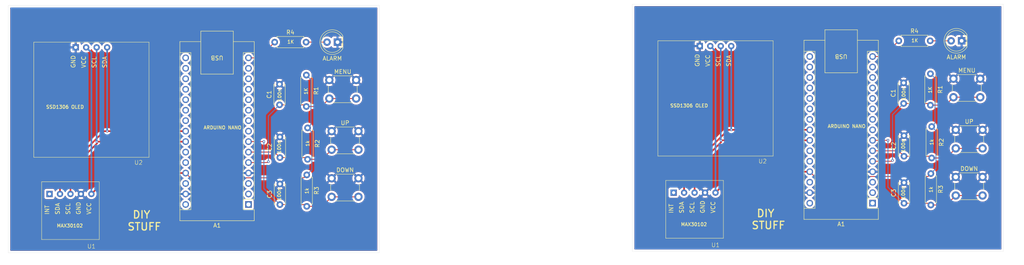
<source format=kicad_pcb>
(kicad_pcb (version 20240108) (generator "pcbnew") (generator_version "8.0")
  (layers (0 "F.Cu" signal "Front") (1 "In1.Cu" signal) (2 "In2.Cu" signal) (31 "B.Cu" signal "Back") (34 "B.Paste" user) (35 "F.Paste" user) (36 "B.SilkS" user "B.Silkscreen") (37 "F.SilkS" user "F.Silkscreen") (38 "B.Mask" user) (39 "F.Mask" user) (44 "Edge.Cuts" user))
  (net 0 "")
  (net 1 "Net-(A1-D4)")
  (net 2 "Net-(A1-D3)")
  (net 9 "Net-(A1-D12)")
  (net 13 "+5V")
  (net 15 "GND")
  (net 23 "Net-(A1-A4)")
  (net 24 "Net-(A1-D2)")
  (net 29 "Net-(A1-A5)")
  (net 30 "Net-(D1-A)")
  (footprint "Resistor_THT:R_Axial_DIN0207_L6.3mm_D2.5mm_P7.62mm_Horizontal" (layer "F.Cu") (at 243.3 34.48 -90)
    (property "Reference" "R1" (at 3.81 -2.37 90) (layer "F.SilkS"))
    (property "Value" "1K")
    (fp_line (start 0.54 1.37) (end 7.08 1.37) (stroke (width 0.12)) (layer "F.SilkS"))
    (fp_line (start 7.08 1.37) (end 7.08 1.04) (stroke (width 0.12)) (layer "F.SilkS"))
    (fp_line (start 0.54 1.04) (end 0.54 1.37) (stroke (width 0.12)) (layer "F.SilkS"))
    (fp_line (start 0.54 -1.04) (end 0.54 -1.37) (stroke (width 0.12)) (layer "F.SilkS"))
    (fp_line (start 0.54 -1.37) (end 7.08 -1.37) (stroke (width 0.12)) (layer "F.SilkS"))
    (fp_line (start 7.08 -1.37) (end 7.08 -1.04) (stroke (width 0.12)) (layer "F.SilkS"))
    (pad "1" thru_hole circle (at 0 0 270) (size 1.6 1.6) (drill 0.8) (layers "*.Cu" "*.Mask") (net 13 "+5V"))
    (pad "2" thru_hole oval (at 7.62 0 270) (size 1.6 1.6) (drill 0.8) (layers "*.Cu" "*.Mask") (net 24 "Net-(A1-D2)"))
  )
  (footprint "Capacitor_THT:C_Disc_D4.7mm_W2.5mm_P5.00mm" (layer "F.Cu") (at 236.89 65.89 90)
    (property "Reference" "C3" (at 2.5 -2.5 90) (layer "F.SilkS"))
    (property "Value" "100n")
    (fp_line (start 4.97 -1.37) (end 4.97 -1.055) (stroke (width 0.12)) (layer "F.SilkS"))
    (fp_line (start 0.03 -1.37) (end 4.97 -1.37) (stroke (width 0.12)) (layer "F.SilkS"))
    (fp_line (start 0.03 -1.37) (end 0.03 -1.055) (stroke (width 0.12)) (layer "F.SilkS"))
    (fp_line (start 4.97 1.055) (end 4.97 1.37) (stroke (width 0.12)) (layer "F.SilkS"))
    (fp_line (start 0.03 1.055) (end 0.03 1.37) (stroke (width 0.12)) (layer "F.SilkS"))
    (fp_line (start 0.03 1.37) (end 4.97 1.37) (stroke (width 0.12)) (layer "F.SilkS"))
    (pad "1" thru_hole circle (at 0 0 90) (size 1.6 1.6) (drill 0.8) (layers "*.Cu" "*.Mask") (net 1 "Net-(A1-D4)"))
    (pad "2" thru_hole circle (at 5 0 90) (size 1.6 1.6) (drill 0.8) (layers "*.Cu" "*.Mask") (net 15 "GND"))
  )
  (footprint "Button_Switch_THT:SW_PUSH_6mm" (layer "F.Cu") (at 98.07 48.4)
    (property "Reference" "UP" (at 3.25 -2 0) (layer "F.SilkS"))
    (property "Value" "SW_Push")
    (fp_line (start -0.25 1.5) (end -0.25 3) (stroke (width 0.12)) (layer "F.SilkS"))
    (fp_line (start 1 5.5) (end 5.5 5.5) (stroke (width 0.12)) (layer "F.SilkS"))
    (fp_line (start 5.5 -1) (end 1 -1) (stroke (width 0.12)) (layer "F.SilkS"))
    (fp_line (start 6.75 3) (end 6.75 1.5) (stroke (width 0.12)) (layer "F.SilkS"))
    (pad "1" thru_hole circle (at 0 0 90) (size 2 2) (drill 1.1) (layers "*.Cu" "*.Mask") (net 15 "GND"))
    (pad "1" thru_hole circle (at 6.5 0 90) (size 2 2) (drill 1.1) (layers "*.Cu" "*.Mask") (net 15 "GND"))
    (pad "2" thru_hole circle (at 0 4.5 90) (size 2 2) (drill 1.1) (layers "*.Cu" "*.Mask") (net 2 "Net-(A1-D3)"))
    (pad "2" thru_hole circle (at 6.5 4.5 90) (size 2 2) (drill 1.1) (layers "*.Cu" "*.Mask") (net 2 "Net-(A1-D3)"))
  )
  (footprint "Button_Switch_THT:SW_PUSH_6mm" (layer "F.Cu") (at 97.51 35.99)
    (property "Reference" "MENU" (at 3.25 -2 0) (layer "F.SilkS"))
    (property "Value" "SW_Push")
    (fp_line (start -0.25 1.5) (end -0.25 3) (stroke (width 0.12)) (layer "F.SilkS"))
    (fp_line (start 1 5.5) (end 5.5 5.5) (stroke (width 0.12)) (layer "F.SilkS"))
    (fp_line (start 5.5 -1) (end 1 -1) (stroke (width 0.12)) (layer "F.SilkS"))
    (fp_line (start 6.75 3) (end 6.75 1.5) (stroke (width 0.12)) (layer "F.SilkS"))
    (pad "1" thru_hole circle (at 0 0 90) (size 2 2) (drill 1.1) (layers "*.Cu" "*.Mask") (net 15 "GND"))
    (pad "1" thru_hole circle (at 6.5 0 90) (size 2 2) (drill 1.1) (layers "*.Cu" "*.Mask") (net 15 "GND"))
    (pad "2" thru_hole circle (at 0 4.5 90) (size 2 2) (drill 1.1) (layers "*.Cu" "*.Mask") (net 24 "Net-(A1-D2)"))
    (pad "2" thru_hole circle (at 6.5 4.5 90) (size 2 2) (drill 1.1) (layers "*.Cu" "*.Mask") (net 24 "Net-(A1-D2)"))
  )
  (footprint "Button_Switch_THT:SW_PUSH_6mm" (layer "F.Cu") (at 249.44 59.51)
    (property "Reference" "DOWN" (at 3.25 -2 0) (layer "F.SilkS"))
    (property "Value" "SW_Push")
    (fp_line (start -0.25 1.5) (end -0.25 3) (stroke (width 0.12)) (layer "F.SilkS"))
    (fp_line (start 1 5.5) (end 5.5 5.5) (stroke (width 0.12)) (layer "F.SilkS"))
    (fp_line (start 5.5 -1) (end 1 -1) (stroke (width 0.12)) (layer "F.SilkS"))
    (fp_line (start 6.75 3) (end 6.75 1.5) (stroke (width 0.12)) (layer "F.SilkS"))
    (pad "1" thru_hole circle (at 0 0 90) (size 2 2) (drill 1.1) (layers "*.Cu" "*.Mask") (net 15 "GND"))
    (pad "1" thru_hole circle (at 6.5 0 90) (size 2 2) (drill 1.1) (layers "*.Cu" "*.Mask") (net 15 "GND"))
    (pad "2" thru_hole circle (at 0 4.5 90) (size 2 2) (drill 1.1) (layers "*.Cu" "*.Mask") (net 1 "Net-(A1-D4)"))
    (pad "2" thru_hole circle (at 6.5 4.5 90) (size 2 2) (drill 1.1) (layers "*.Cu" "*.Mask") (net 1 "Net-(A1-D4)"))
  )
  (footprint "test_stuff:SSD_1306" (layer "F.Cu") (at 192.44 40.46)
    (property "Reference" "U2" (at 10.16 15.24 0) (layer "F.SilkS") (effects (font (thickness 0.1))))
    (property "Value" "SSD1306")
    (fp_line (start -15.24 -13.97) (end 12.7 -13.97) (stroke (width 0.1)) (layer "F.SilkS"))
    (fp_line (start -15.24 13.97) (end -15.24 -13.97) (stroke (width 0.1)) (layer "F.SilkS"))
    (fp_line (start 12.7 -13.97) (end 12.7 13.97) (stroke (width 0.1)) (layer "F.SilkS"))
    (fp_line (start 12.7 13.97) (end -15.24 13.97) (stroke (width 0.1)) (layer "F.SilkS"))
    (fp_text user "GND" (at -5.08 -7.62 90) (layer "F.SilkS") (effects (font (thickness 0.15) (bold yes)) (justify left bottom)))
    (fp_text user "SCL" (at 0 -7.62 90) (layer "F.SilkS") (effects (font (thickness 0.15) (bold yes)) (justify left bottom)))
    (fp_text user "SDA" (at 2.54 -7.62 90) (layer "F.SilkS") (effects (font (thickness 0.15) (bold yes)) (justify left bottom)))
    (fp_text user "VCC" (at -2.54 -7.62 90) (layer "F.SilkS") (effects (font (thickness 0.15) (bold yes)) (justify left bottom)))
    (pad "1" thru_hole rect (at -5.08 -12.7) (size 1.524 1.524) (drill 0.762) (layers "*.Cu" "*.Mask") (net 15 "GND"))
    (pad "2" thru_hole circle (at -2.54 -12.7) (size 1.524 1.524) (drill 0.762) (layers "*.Cu" "*.Mask") (net 13 "+5V"))
    (pad "3" thru_hole circle (at 0 -12.7) (size 1.524 1.524) (drill 0.762) (layers "*.Cu" "*.Mask") (net 29 "Net-(A1-A5)"))
    (pad "4" thru_hole circle (at 2.54 -12.7) (size 1.524 1.524) (drill 0.762) (layers "*.Cu" "*.Mask") (net 23 "Net-(A1-A4)"))
  )
  (footprint "LED_THT:LED_D5.0mm" (layer "F.Cu") (at 250.86 26.49 180)
    (property "Reference" "ALARM" (at 1.27 -3.96 0) (layer "F.SilkS"))
    (property "Value" "LED")
    (fp_line (start -1.29 -1.545) (end -1.29 1.545) (stroke (width 0.12)) (layer "F.SilkS"))
    (fp_arc (start 4.26 -0.000462) (mid 2.072002 2.880433) (end -1.29 1.54483) (stroke (width 0.12)) (layer "F.SilkS"))
    (fp_arc (start -1.29 -1.54483) (mid 2.072002 -2.880433) (end 4.26 0.000462) (stroke (width 0.12)) (layer "F.SilkS"))
    (fp_circle (center 1.27 0) (end 3.77 0) (stroke (width 0.12)) (fill none) (layer "F.SilkS"))
    (pad "1" thru_hole rect (at 0 0 180) (size 1.8 1.8) (drill 0.9) (layers "*.Cu" "*.Mask") (net 15 "GND"))
    (pad "2" thru_hole circle (at 2.54 0 180) (size 1.8 1.8) (drill 0.9) (layers "*.Cu" "*.Mask") (net 30 "Net-(D1-A)"))
  )
  (footprint "Resistor_THT:R_Axial_DIN0207_L6.3mm_D2.5mm_P7.62mm_Horizontal" (layer "F.Cu") (at 84.25 26.81)
    (property "Reference" "R4" (at 3.81 -2.37 0) (layer "F.SilkS"))
    (property "Value" "1K")
    (fp_line (start 0.54 -1.37) (end 7.08 -1.37) (stroke (width 0.12)) (layer "F.SilkS"))
    (fp_line (start 0.54 -1.04) (end 0.54 -1.37) (stroke (width 0.12)) (layer "F.SilkS"))
    (fp_line (start 0.54 1.04) (end 0.54 1.37) (stroke (width 0.12)) (layer "F.SilkS"))
    (fp_line (start 0.54 1.37) (end 7.08 1.37) (stroke (width 0.12)) (layer "F.SilkS"))
    (fp_line (start 7.08 -1.37) (end 7.08 -1.04) (stroke (width 0.12)) (layer "F.SilkS"))
    (fp_line (start 7.08 1.37) (end 7.08 1.04) (stroke (width 0.12)) (layer "F.SilkS"))
    (pad "1" thru_hole circle (at 0 0) (size 1.6 1.6) (drill 0.8) (layers "*.Cu" "*.Mask") (net 9 "Net-(A1-D12)"))
    (pad "2" thru_hole oval (at 7.62 0) (size 1.6 1.6) (drill 0.8) (layers "*.Cu" "*.Mask") (net 30 "Net-(D1-A)"))
  )
  (footprint "Module:Arduino_Nano" (layer "F.Cu") (at 229.27 65.86 180)
    (property "Reference" "A1" (at 7.62 -5.08 0) (layer "F.SilkS"))
    (property "Value" "Arduino_Nano_v3.x")
    (fp_line (start 16.64 39.5) (end 16.64 -3.94) (stroke (width 0.12)) (layer "F.SilkS"))
    (fp_line (start 16.64 39.5) (end 11.56 39.5) (stroke (width 0.12)) (layer "F.SilkS"))
    (fp_line (start 16.64 -3.94) (end -1.4 -3.94) (stroke (width 0.12)) (layer "F.SilkS"))
    (fp_line (start 13.97 36.83) (end 16.64 36.83) (stroke (width 0.12)) (layer "F.SilkS"))
    (fp_line (start 13.97 -1.27) (end 16.64 -1.27) (stroke (width 0.12)) (layer "F.SilkS"))
    (fp_line (start 13.97 -1.27) (end 13.97 36.83) (stroke (width 0.12)) (layer "F.SilkS"))
    (fp_line (start 11.56 42.04) (end 3.68 42.04) (stroke (width 0.12)) (layer "F.SilkS"))
    (fp_line (start 11.56 31.62) (end 11.56 42.04) (stroke (width 0.12)) (layer "F.SilkS"))
    (fp_line (start 3.68 42.04) (end 3.68 31.62) (stroke (width 0.12)) (layer "F.SilkS"))
    (fp_line (start 3.68 31.62) (end 11.56 31.62) (stroke (width 0.12)) (layer "F.SilkS"))
    (fp_line (start 1.27 36.83) (end -1.4 36.83) (stroke (width 0.12)) (layer "F.SilkS"))
    (fp_line (start 1.27 1.27) (end 1.27 36.83) (stroke (width 0.12)) (layer "F.SilkS"))
    (fp_line (start 1.27 1.27) (end 1.27 -1.27) (stroke (width 0.12)) (layer "F.SilkS"))
    (fp_line (start 1.27 1.27) (end -1.4 1.27) (stroke (width 0.12)) (layer "F.SilkS"))
    (fp_line (start 1.27 -1.27) (end -1.4 -1.27) (stroke (width 0.12)) (layer "F.SilkS"))
    (fp_line (start -1.4 39.5) (end 3.68 39.5) (stroke (width 0.12)) (layer "F.SilkS"))
    (fp_line (start -1.4 1.27) (end -1.4 39.5) (stroke (width 0.12)) (layer "F.SilkS"))
    (fp_line (start -1.4 -3.94) (end -1.4 -1.27) (stroke (width 0.12)) (layer "F.SilkS"))
    (fp_text user "USB" (at 7.62 35.56 180) (layer "F.SilkS"))
    (pad "1" thru_hole rect (at 0 0 180) (size 1.6 1.6) (drill 1) (layers "*.Cu" "*.Mask"))
    (pad "2" thru_hole oval (at 0 2.54 180) (size 1.6 1.6) (drill 1) (layers "*.Cu" "*.Mask"))
    (pad "3" thru_hole oval (at 0 5.08 180) (size 1.6 1.6) (drill 1) (layers "*.Cu" "*.Mask"))
    (pad "4" thru_hole oval (at 0 7.62 180) (size 1.6 1.6) (drill 1) (layers "*.Cu" "*.Mask") (net 15 "GND"))
    (pad "5" thru_hole oval (at 0 10.16 180) (size 1.6 1.6) (drill 1) (layers "*.Cu" "*.Mask") (net 24 "Net-(A1-D2)"))
    (pad "6" thru_hole oval (at 0 12.7 180) (size 1.6 1.6) (drill 1) (layers "*.Cu" "*.Mask") (net 2 "Net-(A1-D3)"))
    (pad "7" thru_hole oval (at 0 15.24 180) (size 1.6 1.6) (drill 1) (layers "*.Cu" "*.Mask") (net 1 "Net-(A1-D4)"))
    (pad "8" thru_hole oval (at 0 17.78 180) (size 1.6 1.6) (drill 1) (layers "*.Cu" "*.Mask"))
    (pad "9" thru_hole oval (at 0 20.32 180) (size 1.6 1.6) (drill 1) (layers "*.Cu" "*.Mask"))
    (pad "10" thru_hole oval (at 0 22.86 180) (size 1.6 1.6) (drill 1) (layers "*.Cu" "*.Mask"))
    (pad "11" thru_hole oval (at 0 25.4 180) (size 1.6 1.6) (drill 1) (layers "*.Cu" "*.Mask"))
    (pad "12" thru_hole oval (at 0 27.94 180) (size 1.6 1.6) (drill 1) (layers "*.Cu" "*.Mask"))
    (pad "13" thru_hole oval (at 0 30.48 180) (size 1.6 1.6) (drill 1) (layers "*.Cu" "*.Mask"))
    (pad "14" thru_hole oval (at 0 33.02 180) (size 1.6 1.6) (drill 1) (layers "*.Cu" "*.Mask"))
    (pad "15" thru_hole oval (at 0 35.56 180) (size 1.6 1.6) (drill 1) (layers "*.Cu" "*.Mask") (net 9 "Net-(A1-D12)"))
    (pad "16" thru_hole oval (at 15.24 35.56 180) (size 1.6 1.6) (drill 1) (layers "*.Cu" "*.Mask"))
    (pad "17" thru_hole oval (at 15.24 33.02 180) (size 1.6 1.6) (drill 1) (layers "*.Cu" "*.Mask"))
    (pad "18" thru_hole oval (at 15.24 30.48 180) (size 1.6 1.6) (drill 1) (layers "*.Cu" "*.Mask"))
    (pad "19" thru_hole oval (at 15.24 27.94 180) (size 1.6 1.6) (drill 1) (layers "*.Cu" "*.Mask"))
    (pad "20" thru_hole oval (at 15.24 25.4 180) (size 1.6 1.6) (drill 1) (layers "*.Cu" "*.Mask"))
    (pad "21" thru_hole oval (at 15.24 22.86 180) (size 1.6 1.6) (drill 1) (layers "*.Cu" "*.Mask"))
    (pad "22" thru_hole oval (at 15.24 20.32 180) (size 1.6 1.6) (drill 1) (layers "*.Cu" "*.Mask"))
    (pad "23" thru_hole oval (at 15.24 17.78 180) (size 1.6 1.6) (drill 1) (layers "*.Cu" "*.Mask") (net 23 "Net-(A1-A4)"))
    (pad "24" thru_hole oval (at 15.24 15.24 180) (size 1.6 1.6) (drill 1) (layers "*.Cu" "*.Mask") (net 29 "Net-(A1-A5)"))
    (pad "25" thru_hole oval (at 15.24 12.7 180) (size 1.6 1.6) (drill 1) (layers "*.Cu" "*.Mask"))
    (pad "26" thru_hole oval (at 15.24 10.16 180) (size 1.6 1.6) (drill 1) (layers "*.Cu" "*.Mask"))
    (pad "27" thru_hole oval (at 15.24 7.62 180) (size 1.6 1.6) (drill 1) (layers "*.Cu" "*.Mask") (net 13 "+5V"))
    (pad "28" thru_hole oval (at 15.24 5.08 180) (size 1.6 1.6) (drill 1) (layers "*.Cu" "*.Mask"))
    (pad "29" thru_hole oval (at 15.24 2.54 180) (size 1.6 1.6) (drill 1) (layers "*.Cu" "*.Mask") (net 15 "GND"))
    (pad "30" thru_hole oval (at 15.24 0 180) (size 1.6 1.6) (drill 1) (layers "*.Cu" "*.Mask"))
  )
  (footprint "test_stuff:MAX30102_MODULE" (layer "F.Cu") (at 186.09 65.86)
    (property "Reference" "U1" (at 5.08 10.16 0) (layer "F.SilkS") (effects (font (thickness 0.1))))
    (property "Value" "MAX30102")
    (fp_line (start -7 -5.5) (end 7 -5.5) (stroke (width 0.1)) (layer "F.SilkS"))
    (fp_line (start -7 8.5) (end -7 -5.5) (stroke (width 0.1)) (layer "F.SilkS"))
    (fp_line (start 7 -5.5) (end 7 8.5) (stroke (width 0.1)) (layer "F.SilkS"))
    (fp_line (start 7 8.5) (end -7 8.5) (stroke (width 0.1)) (layer "F.SilkS"))
    (fp_text user "SCL" (at 0 2.54 90) (layer "F.SilkS") (effects (font (thickness 0.15) (bold yes)) (justify left bottom)))
    (fp_text user "INT" (at -5.08 2.54 90) (layer "F.SilkS") (effects (font (thickness 0.15) (bold yes)) (justify left bottom)))
    (fp_text user "GND" (at 2.54 2.54 90) (layer "F.SilkS") (effects (font (thickness 0.15) (bold yes)) (justify left bottom)))
    (fp_text user "SDA" (at -2.54 2.54 90) (layer "F.SilkS") (effects (font (thickness 0.15) (bold yes)) (justify left bottom)))
    (fp_text user "VCC" (at 5.08 2.54 90) (layer "F.SilkS") (effects (font (thickness 0.15) (bold yes)) (justify left bottom)))
    (pad "1" thru_hole rect (at -5.08 -2.54) (size 1.524 1.524) (drill 0.762) (layers "*.Cu" "*.Mask"))
    (pad "2" thru_hole circle (at -2.54 -2.54) (size 1.524 1.524) (drill 0.762) (layers "*.Cu" "*.Mask") (net 23 "Net-(A1-A4)"))
    (pad "3" thru_hole circle (at 0 -2.54) (size 1.524 1.524) (drill 0.762) (layers "*.Cu" "*.Mask") (net 29 "Net-(A1-A5)"))
    (pad "4" thru_hole circle (at 2.54 -2.54) (size 1.524 1.524) (drill 0.762) (layers "*.Cu" "*.Mask") (net 15 "GND"))
    (pad "5" thru_hole circle (at 5.08 -2.54) (size 1.524 1.524) (drill 0.762) (layers "*.Cu" "*.Mask") (net 13 "+5V"))
  )
  (footprint "Resistor_THT:R_Axial_DIN0207_L6.3mm_D2.5mm_P7.62mm_Horizontal" (layer "F.Cu") (at 235.62 26.49)
    (property "Reference" "R4" (at 3.81 -2.37 0) (layer "F.SilkS"))
    (property "Value" "1K")
    (fp_line (start 0.54 -1.37) (end 7.08 -1.37) (stroke (width 0.12)) (layer "F.SilkS"))
    (fp_line (start 0.54 -1.04) (end 0.54 -1.37) (stroke (width 0.12)) (layer "F.SilkS"))
    (fp_line (start 0.54 1.04) (end 0.54 1.37) (stroke (width 0.12)) (layer "F.SilkS"))
    (fp_line (start 0.54 1.37) (end 7.08 1.37) (stroke (width 0.12)) (layer "F.SilkS"))
    (fp_line (start 7.08 -1.37) (end 7.08 -1.04) (stroke (width 0.12)) (layer "F.SilkS"))
    (fp_line (start 7.08 1.37) (end 7.08 1.04) (stroke (width 0.12)) (layer "F.SilkS"))
    (pad "1" thru_hole circle (at 0 0) (size 1.6 1.6) (drill 0.8) (layers "*.Cu" "*.Mask") (net 9 "Net-(A1-D12)"))
    (pad "2" thru_hole oval (at 7.62 0) (size 1.6 1.6) (drill 0.8) (layers "*.Cu" "*.Mask") (net 30 "Net-(D1-A)"))
  )
  (footprint "Resistor_THT:R_Axial_DIN0207_L6.3mm_D2.5mm_P7.62mm_Horizontal" (layer "F.Cu") (at 92.23 47.61 -90)
    (property "Reference" "R2" (at 3.81 -2.37 90) (layer "F.SilkS"))
    (property "Value" "1K")
    (fp_line (start 0.54 1.37) (end 7.08 1.37) (stroke (width 0.12)) (layer "F.SilkS"))
    (fp_line (start 7.08 1.37) (end 7.08 1.04) (stroke (width 0.12)) (layer "F.SilkS"))
    (fp_line (start 0.54 1.04) (end 0.54 1.37) (stroke (width 0.12)) (layer "F.SilkS"))
    (fp_line (start 0.54 -1.04) (end 0.54 -1.37) (stroke (width 0.12)) (layer "F.SilkS"))
    (fp_line (start 0.54 -1.37) (end 7.08 -1.37) (stroke (width 0.12)) (layer "F.SilkS"))
    (fp_line (start 7.08 -1.37) (end 7.08 -1.04) (stroke (width 0.12)) (layer "F.SilkS"))
    (pad "1" thru_hole circle (at 0 0 270) (size 1.6 1.6) (drill 0.8) (layers "*.Cu" "*.Mask") (net 13 "+5V"))
    (pad "2" thru_hole oval (at 7.62 0 270) (size 1.6 1.6) (drill 0.8) (layers "*.Cu" "*.Mask") (net 2 "Net-(A1-D3)"))
  )
  (footprint "LED_THT:LED_D5.0mm" (layer "F.Cu") (at 99.49 26.81 180)
    (property "Reference" "ALARM" (at 1.27 -3.96 0) (layer "F.SilkS"))
    (property "Value" "LED")
    (fp_line (start -1.29 -1.545) (end -1.29 1.545) (stroke (width 0.12)) (layer "F.SilkS"))
    (fp_arc (start 4.26 -0.000462) (mid 2.072002 2.880433) (end -1.29 1.54483) (stroke (width 0.12)) (layer "F.SilkS"))
    (fp_arc (start -1.29 -1.54483) (mid 2.072002 -2.880433) (end 4.26 0.000462) (stroke (width 0.12)) (layer "F.SilkS"))
    (fp_circle (center 1.27 0) (end 3.77 0) (stroke (width 0.12)) (fill none) (layer "F.SilkS"))
    (pad "1" thru_hole rect (at 0 0 180) (size 1.8 1.8) (drill 0.9) (layers "*.Cu" "*.Mask") (net 15 "GND"))
    (pad "2" thru_hole circle (at 2.54 0 180) (size 1.8 1.8) (drill 0.9) (layers "*.Cu" "*.Mask") (net 30 "Net-(D1-A)"))
  )
  (footprint "Resistor_THT:R_Axial_DIN0207_L6.3mm_D2.5mm_P7.62mm_Horizontal" (layer "F.Cu") (at 243.6 47.29 -90)
    (property "Reference" "R2" (at 3.81 -2.37 90) (layer "F.SilkS"))
    (property "Value" "1K")
    (fp_line (start 0.54 1.37) (end 7.08 1.37) (stroke (width 0.12)) (layer "F.SilkS"))
    (fp_line (start 7.08 1.37) (end 7.08 1.04) (stroke (width 0.12)) (layer "F.SilkS"))
    (fp_line (start 0.54 1.04) (end 0.54 1.37) (stroke (width 0.12)) (layer "F.SilkS"))
    (fp_line (start 0.54 -1.04) (end 0.54 -1.37) (stroke (width 0.12)) (layer "F.SilkS"))
    (fp_line (start 0.54 -1.37) (end 7.08 -1.37) (stroke (width 0.12)) (layer "F.SilkS"))
    (fp_line (start 7.08 -1.37) (end 7.08 -1.04) (stroke (width 0.12)) (layer "F.SilkS"))
    (pad "1" thru_hole circle (at 0 0 270) (size 1.6 1.6) (drill 0.8) (layers "*.Cu" "*.Mask") (net 13 "+5V"))
    (pad "2" thru_hole oval (at 7.62 0 270) (size 1.6 1.6) (drill 0.8) (layers "*.Cu" "*.Mask") (net 2 "Net-(A1-D3)"))
  )
  (footprint "Resistor_THT:R_Axial_DIN0207_L6.3mm_D2.5mm_P7.62mm_Horizontal" (layer "F.Cu") (at 243.4 58.69 -90)
    (property "Reference" "R3" (at 3.81 -2.37 90) (layer "F.SilkS"))
    (property "Value" "1K")
    (fp_line (start 0.54 1.37) (end 7.08 1.37) (stroke (width 0.12)) (layer "F.SilkS"))
    (fp_line (start 7.08 1.37) (end 7.08 1.04) (stroke (width 0.12)) (layer "F.SilkS"))
    (fp_line (start 0.54 1.04) (end 0.54 1.37) (stroke (width 0.12)) (layer "F.SilkS"))
    (fp_line (start 0.54 -1.04) (end 0.54 -1.37) (stroke (width 0.12)) (layer "F.SilkS"))
    (fp_line (start 0.54 -1.37) (end 7.08 -1.37) (stroke (width 0.12)) (layer "F.SilkS"))
    (fp_line (start 7.08 -1.37) (end 7.08 -1.04) (stroke (width 0.12)) (layer "F.SilkS"))
    (pad "1" thru_hole circle (at 0 0 270) (size 1.6 1.6) (drill 0.8) (layers "*.Cu" "*.Mask") (net 13 "+5V"))
    (pad "2" thru_hole oval (at 7.62 0 270) (size 1.6 1.6) (drill 0.8) (layers "*.Cu" "*.Mask") (net 1 "Net-(A1-D4)"))
  )
  (footprint "Resistor_THT:R_Axial_DIN0207_L6.3mm_D2.5mm_P7.62mm_Horizontal" (layer "F.Cu") (at 92.03 59.01 -90)
    (property "Reference" "R3" (at 3.81 -2.37 90) (layer "F.SilkS"))
    (property "Value" "1K")
    (fp_line (start 0.54 1.37) (end 7.08 1.37) (stroke (width 0.12)) (layer "F.SilkS"))
    (fp_line (start 7.08 1.37) (end 7.08 1.04) (stroke (width 0.12)) (layer "F.SilkS"))
    (fp_line (start 0.54 1.04) (end 0.54 1.37) (stroke (width 0.12)) (layer "F.SilkS"))
    (fp_line (start 0.54 -1.04) (end 0.54 -1.37) (stroke (width 0.12)) (layer "F.SilkS"))
    (fp_line (start 0.54 -1.37) (end 7.08 -1.37) (stroke (width 0.12)) (layer "F.SilkS"))
    (fp_line (start 7.08 -1.37) (end 7.08 -1.04) (stroke (width 0.12)) (layer "F.SilkS"))
    (pad "1" thru_hole circle (at 0 0 270) (size 1.6 1.6) (drill 0.8) (layers "*.Cu" "*.Mask") (net 13 "+5V"))
    (pad "2" thru_hole oval (at 7.62 0 270) (size 1.6 1.6) (drill 0.8) (layers "*.Cu" "*.Mask") (net 1 "Net-(A1-D4)"))
  )
  (footprint "Capacitor_THT:C_Disc_D4.7mm_W2.5mm_P5.00mm" (layer "F.Cu") (at 85.52 66.21 90)
    (property "Reference" "C3" (at 2.5 -2.5 90) (layer "F.SilkS"))
    (property "Value" "100n")
    (fp_line (start 4.97 -1.37) (end 4.97 -1.055) (stroke (width 0.12)) (layer "F.SilkS"))
    (fp_line (start 0.03 -1.37) (end 4.97 -1.37) (stroke (width 0.12)) (layer "F.SilkS"))
    (fp_line (start 0.03 -1.37) (end 0.03 -1.055) (stroke (width 0.12)) (layer "F.SilkS"))
    (fp_line (start 4.97 1.055) (end 4.97 1.37) (stroke (width 0.12)) (layer "F.SilkS"))
    (fp_line (start 0.03 1.055) (end 0.03 1.37) (stroke (width 0.12)) (layer "F.SilkS"))
    (fp_line (start 0.03 1.37) (end 4.97 1.37) (stroke (width 0.12)) (layer "F.SilkS"))
    (pad "1" thru_hole circle (at 0 0 90) (size 1.6 1.6) (drill 0.8) (layers "*.Cu" "*.Mask") (net 1 "Net-(A1-D4)"))
    (pad "2" thru_hole circle (at 5 0 90) (size 1.6 1.6) (drill 0.8) (layers "*.Cu" "*.Mask") (net 15 "GND"))
  )
  (footprint "Module:Arduino_Nano" (layer "F.Cu") (at 77.9 66.18 180)
    (property "Reference" "A1" (at 7.62 -5.08 0) (layer "F.SilkS"))
    (property "Value" "Arduino_Nano_v3.x")
    (fp_line (start 16.64 39.5) (end 16.64 -3.94) (stroke (width 0.12)) (layer "F.SilkS"))
    (fp_line (start 16.64 39.5) (end 11.56 39.5) (stroke (width 0.12)) (layer "F.SilkS"))
    (fp_line (start 16.64 -3.94) (end -1.4 -3.94) (stroke (width 0.12)) (layer "F.SilkS"))
    (fp_line (start 13.97 36.83) (end 16.64 36.83) (stroke (width 0.12)) (layer "F.SilkS"))
    (fp_line (start 13.97 -1.27) (end 16.64 -1.27) (stroke (width 0.12)) (layer "F.SilkS"))
    (fp_line (start 13.97 -1.27) (end 13.97 36.83) (stroke (width 0.12)) (layer "F.SilkS"))
    (fp_line (start 11.56 42.04) (end 3.68 42.04) (stroke (width 0.12)) (layer "F.SilkS"))
    (fp_line (start 11.56 31.62) (end 11.56 42.04) (stroke (width 0.12)) (layer "F.SilkS"))
    (fp_line (start 3.68 42.04) (end 3.68 31.62) (stroke (width 0.12)) (layer "F.SilkS"))
    (fp_line (start 3.68 31.62) (end 11.56 31.62) (stroke (width 0.12)) (layer "F.SilkS"))
    (fp_line (start 1.27 36.83) (end -1.4 36.83) (stroke (width 0.12)) (layer "F.SilkS"))
    (fp_line (start 1.27 1.27) (end 1.27 36.83) (stroke (width 0.12)) (layer "F.SilkS"))
    (fp_line (start 1.27 1.27) (end 1.27 -1.27) (stroke (width 0.12)) (layer "F.SilkS"))
    (fp_line (start 1.27 1.27) (end -1.4 1.27) (stroke (width 0.12)) (layer "F.SilkS"))
    (fp_line (start 1.27 -1.27) (end -1.4 -1.27) (stroke (width 0.12)) (layer "F.SilkS"))
    (fp_line (start -1.4 39.5) (end 3.68 39.5) (stroke (width 0.12)) (layer "F.SilkS"))
    (fp_line (start -1.4 1.27) (end -1.4 39.5) (stroke (width 0.12)) (layer "F.SilkS"))
    (fp_line (start -1.4 -3.94) (end -1.4 -1.27) (stroke (width 0.12)) (layer "F.SilkS"))
    (fp_text user "USB" (at 7.62 35.56 180) (layer "F.SilkS"))
    (pad "1" thru_hole rect (at 0 0 180) (size 1.6 1.6) (drill 1) (layers "*.Cu" "*.Mask"))
    (pad "2" thru_hole oval (at 0 2.54 180) (size 1.6 1.6) (drill 1) (layers "*.Cu" "*.Mask"))
    (pad "3" thru_hole oval (at 0 5.08 180) (size 1.6 1.6) (drill 1) (layers "*.Cu" "*.Mask"))
    (pad "4" thru_hole oval (at 0 7.62 180) (size 1.6 1.6) (drill 1) (layers "*.Cu" "*.Mask") (net 15 "GND"))
    (pad "5" thru_hole oval (at 0 10.16 180) (size 1.6 1.6) (drill 1) (layers "*.Cu" "*.Mask") (net 24 "Net-(A1-D2)"))
    (pad "6" thru_hole oval (at 0 12.7 180) (size 1.6 1.6) (drill 1) (layers "*.Cu" "*.Mask") (net 2 "Net-(A1-D3)"))
    (pad "7" thru_hole oval (at 0 15.24 180) (size 1.6 1.6) (drill 1) (layers "*.Cu" "*.Mask") (net 1 "Net-(A1-D4)"))
    (pad "8" thru_hole oval (at 0 17.78 180) (size 1.6 1.6) (drill 1) (layers "*.Cu" "*.Mask"))
    (pad "9" thru_hole oval (at 0 20.32 180) (size 1.6 1.6) (drill 1) (layers "*.Cu" "*.Mask"))
    (pad "10" thru_hole oval (at 0 22.86 180) (size 1.6 1.6) (drill 1) (layers "*.Cu" "*.Mask"))
    (pad "11" thru_hole oval (at 0 25.4 180) (size 1.6 1.6) (drill 1) (layers "*.Cu" "*.Mask"))
    (pad "12" thru_hole oval (at 0 27.94 180) (size 1.6 1.6) (drill 1) (layers "*.Cu" "*.Mask"))
    (pad "13" thru_hole oval (at 0 30.48 180) (size 1.6 1.6) (drill 1) (layers "*.Cu" "*.Mask"))
    (pad "14" thru_hole oval (at 0 33.02 180) (size 1.6 1.6) (drill 1) (layers "*.Cu" "*.Mask"))
    (pad "15" thru_hole oval (at 0 35.56 180) (size 1.6 1.6) (drill 1) (layers "*.Cu" "*.Mask") (net 9 "Net-(A1-D12)"))
    (pad "16" thru_hole oval (at 15.24 35.56 180) (size 1.6 1.6) (drill 1) (layers "*.Cu" "*.Mask"))
    (pad "17" thru_hole oval (at 15.24 33.02 180) (size 1.6 1.6) (drill 1) (layers "*.Cu" "*.Mask"))
    (pad "18" thru_hole oval (at 15.24 30.48 180) (size 1.6 1.6) (drill 1) (layers "*.Cu" "*.Mask"))
    (pad "19" thru_hole oval (at 15.24 27.94 180) (size 1.6 1.6) (drill 1) (layers "*.Cu" "*.Mask"))
    (pad "20" thru_hole oval (at 15.24 25.4 180) (size 1.6 1.6) (drill 1) (layers "*.Cu" "*.Mask"))
    (pad "21" thru_hole oval (at 15.24 22.86 180) (size 1.6 1.6) (drill 1) (layers "*.Cu" "*.Mask"))
    (pad "22" thru_hole oval (at 15.24 20.32 180) (size 1.6 1.6) (drill 1) (layers "*.Cu" "*.Mask"))
    (pad "23" thru_hole oval (at 15.24 17.78 180) (size 1.6 1.6) (drill 1) (layers "*.Cu" "*.Mask") (net 23 "Net-(A1-A4)"))
    (pad "24" thru_hole oval (at 15.24 15.24 180) (size 1.6 1.6) (drill 1) (layers "*.Cu" "*.Mask") (net 29 "Net-(A1-A5)"))
    (pad "25" thru_hole oval (at 15.24 12.7 180) (size 1.6 1.6) (drill 1) (layers "*.Cu" "*.Mask"))
    (pad "26" thru_hole oval (at 15.24 10.16 180) (size 1.6 1.6) (drill 1) (layers "*.Cu" "*.Mask"))
    (pad "27" thru_hole oval (at 15.24 7.62 180) (size 1.6 1.6) (drill 1) (layers "*.Cu" "*.Mask") (net 13 "+5V"))
    (pad "28" thru_hole oval (at 15.24 5.08 180) (size 1.6 1.6) (drill 1) (layers "*.Cu" "*.Mask"))
    (pad "29" thru_hole oval (at 15.24 2.54 180) (size 1.6 1.6) (drill 1) (layers "*.Cu" "*.Mask") (net 15 "GND"))
    (pad "30" thru_hole oval (at 15.24 0 180) (size 1.6 1.6) (drill 1) (layers "*.Cu" "*.Mask"))
  )
  (footprint "Capacitor_THT:C_Disc_D4.7mm_W2.5mm_P5.00mm" (layer "F.Cu") (at 236.89 54.49 90)
    (property "Reference" "C2" (at 2.5 -2.5 90) (layer "F.SilkS"))
    (property "Value" "100n")
    (fp_line (start 4.97 -1.37) (end 4.97 -1.055) (stroke (width 0.12)) (layer "F.SilkS"))
    (fp_line (start 0.03 -1.37) (end 4.97 -1.37) (stroke (width 0.12)) (layer "F.SilkS"))
    (fp_line (start 0.03 -1.37) (end 0.03 -1.055) (stroke (width 0.12)) (layer "F.SilkS"))
    (fp_line (start 4.97 1.055) (end 4.97 1.37) (stroke (width 0.12)) (layer "F.SilkS"))
    (fp_line (start 0.03 1.055) (end 0.03 1.37) (stroke (width 0.12)) (layer "F.SilkS"))
    (fp_line (start 0.03 1.37) (end 4.97 1.37) (stroke (width 0.12)) (layer "F.SilkS"))
    (pad "1" thru_hole circle (at 0 0 90) (size 1.6 1.6) (drill 0.8) (layers "*.Cu" "*.Mask") (net 2 "Net-(A1-D3)"))
    (pad "2" thru_hole circle (at 5 0 90) (size 1.6 1.6) (drill 0.8) (layers "*.Cu" "*.Mask") (net 15 "GND"))
  )
  (footprint "Capacitor_THT:C_Disc_D4.7mm_W2.5mm_P5.00mm" (layer "F.Cu") (at 85.43 42.01 90)
    (property "Reference" "C1" (at 2.5 -2.5 90) (layer "F.SilkS"))
    (property "Value" "100n")
    (fp_line (start 4.97 -1.37) (end 4.97 -1.055) (stroke (width 0.12)) (layer "F.SilkS"))
    (fp_line (start 0.03 -1.37) (end 4.97 -1.37) (stroke (width 0.12)) (layer "F.SilkS"))
    (fp_line (start 0.03 -1.37) (end 0.03 -1.055) (stroke (width 0.12)) (layer "F.SilkS"))
    (fp_line (start 4.97 1.055) (end 4.97 1.37) (stroke (width 0.12)) (layer "F.SilkS"))
    (fp_line (start 0.03 1.055) (end 0.03 1.37) (stroke (width 0.12)) (layer "F.SilkS"))
    (fp_line (start 0.03 1.37) (end 4.97 1.37) (stroke (width 0.12)) (layer "F.SilkS"))
    (pad "1" thru_hole circle (at 0 0 90) (size 1.6 1.6) (drill 0.8) (layers "*.Cu" "*.Mask") (net 24 "Net-(A1-D2)"))
    (pad "2" thru_hole circle (at 5 0 90) (size 1.6 1.6) (drill 0.8) (layers "*.Cu" "*.Mask") (net 15 "GND"))
  )
  (footprint "Capacitor_THT:C_Disc_D4.7mm_W2.5mm_P5.00mm" (layer "F.Cu") (at 85.52 54.81 90)
    (property "Reference" "C2" (at 2.5 -2.5 90) (layer "F.SilkS"))
    (property "Value" "100n")
    (fp_line (start 4.97 -1.37) (end 4.97 -1.055) (stroke (width 0.12)) (layer "F.SilkS"))
    (fp_line (start 0.03 -1.37) (end 4.97 -1.37) (stroke (width 0.12)) (layer "F.SilkS"))
    (fp_line (start 0.03 -1.37) (end 0.03 -1.055) (stroke (width 0.12)) (layer "F.SilkS"))
    (fp_line (start 4.97 1.055) (end 4.97 1.37) (stroke (width 0.12)) (layer "F.SilkS"))
    (fp_line (start 0.03 1.055) (end 0.03 1.37) (stroke (width 0.12)) (layer "F.SilkS"))
    (fp_line (start 0.03 1.37) (end 4.97 1.37) (stroke (width 0.12)) (layer "F.SilkS"))
    (pad "1" thru_hole circle (at 0 0 90) (size 1.6 1.6) (drill 0.8) (layers "*.Cu" "*.Mask") (net 2 "Net-(A1-D3)"))
    (pad "2" thru_hole circle (at 5 0 90) (size 1.6 1.6) (drill 0.8) (layers "*.Cu" "*.Mask") (net 15 "GND"))
  )
  (footprint "test_stuff:MAX30102_MODULE" (layer "F.Cu") (at 34.72 66.18)
    (property "Reference" "U1" (at 5.08 10.16 0) (layer "F.SilkS") (effects (font (thickness 0.1))))
    (property "Value" "MAX30102")
    (fp_line (start -7 -5.5) (end 7 -5.5) (stroke (width 0.1)) (layer "F.SilkS"))
    (fp_line (start -7 8.5) (end -7 -5.5) (stroke (width 0.1)) (layer "F.SilkS"))
    (fp_line (start 7 -5.5) (end 7 8.5) (stroke (width 0.1)) (layer "F.SilkS"))
    (fp_line (start 7 8.5) (end -7 8.5) (stroke (width 0.1)) (layer "F.SilkS"))
    (fp_text user "SCL" (at 0 2.54 90) (layer "F.SilkS") (effects (font (thickness 0.15) (bold yes)) (justify left bottom)))
    (fp_text user "INT" (at -5.08 2.54 90) (layer "F.SilkS") (effects (font (thickness 0.15) (bold yes)) (justify left bottom)))
    (fp_text user "GND" (at 2.54 2.54 90) (layer "F.SilkS") (effects (font (thickness 0.15) (bold yes)) (justify left bottom)))
    (fp_text user "SDA" (at -2.54 2.54 90) (layer "F.SilkS") (effects (font (thickness 0.15) (bold yes)) (justify left bottom)))
    (fp_text user "VCC" (at 5.08 2.54 90) (layer "F.SilkS") (effects (font (thickness 0.15) (bold yes)) (justify left bottom)))
    (pad "1" thru_hole rect (at -5.08 -2.54) (size 1.524 1.524) (drill 0.762) (layers "*.Cu" "*.Mask"))
    (pad "2" thru_hole circle (at -2.54 -2.54) (size 1.524 1.524) (drill 0.762) (layers "*.Cu" "*.Mask") (net 23 "Net-(A1-A4)"))
    (pad "3" thru_hole circle (at 0 -2.54) (size 1.524 1.524) (drill 0.762) (layers "*.Cu" "*.Mask") (net 29 "Net-(A1-A5)"))
    (pad "4" thru_hole circle (at 2.54 -2.54) (size 1.524 1.524) (drill 0.762) (layers "*.Cu" "*.Mask") (net 15 "GND"))
    (pad "5" thru_hole circle (at 5.08 -2.54) (size 1.524 1.524) (drill 0.762) (layers "*.Cu" "*.Mask") (net 13 "+5V"))
  )
  (footprint "Capacitor_THT:C_Disc_D4.7mm_W2.5mm_P5.00mm" (layer "F.Cu") (at 236.8 41.69 90)
    (property "Reference" "C1" (at 2.5 -2.5 90) (layer "F.SilkS"))
    (property "Value" "100n")
    (fp_line (start 4.97 -1.37) (end 4.97 -1.055) (stroke (width 0.12)) (layer "F.SilkS"))
    (fp_line (start 0.03 -1.37) (end 4.97 -1.37) (stroke (width 0.12)) (layer "F.SilkS"))
    (fp_line (start 0.03 -1.37) (end 0.03 -1.055) (stroke (width 0.12)) (layer "F.SilkS"))
    (fp_line (start 4.97 1.055) (end 4.97 1.37) (stroke (width 0.12)) (layer "F.SilkS"))
    (fp_line (start 0.03 1.055) (end 0.03 1.37) (stroke (width 0.12)) (layer "F.SilkS"))
    (fp_line (start 0.03 1.37) (end 4.97 1.37) (stroke (width 0.12)) (layer "F.SilkS"))
    (pad "1" thru_hole circle (at 0 0 90) (size 1.6 1.6) (drill 0.8) (layers "*.Cu" "*.Mask") (net 24 "Net-(A1-D2)"))
    (pad "2" thru_hole circle (at 5 0 90) (size 1.6 1.6) (drill 0.8) (layers "*.Cu" "*.Mask") (net 15 "GND"))
  )
  (footprint "Button_Switch_THT:SW_PUSH_6mm" (layer "F.Cu") (at 248.88 35.67)
    (property "Reference" "MENU" (at 3.25 -2 0) (layer "F.SilkS"))
    (property "Value" "SW_Push")
    (fp_line (start -0.25 1.5) (end -0.25 3) (stroke (width 0.12)) (layer "F.SilkS"))
    (fp_line (start 1 5.5) (end 5.5 5.5) (stroke (width 0.12)) (layer "F.SilkS"))
    (fp_line (start 5.5 -1) (end 1 -1) (stroke (width 0.12)) (layer "F.SilkS"))
    (fp_line (start 6.75 3) (end 6.75 1.5) (stroke (width 0.12)) (layer "F.SilkS"))
    (pad "1" thru_hole circle (at 0 0 90) (size 2 2) (drill 1.1) (layers "*.Cu" "*.Mask") (net 15 "GND"))
    (pad "1" thru_hole circle (at 6.5 0 90) (size 2 2) (drill 1.1) (layers "*.Cu" "*.Mask") (net 15 "GND"))
    (pad "2" thru_hole circle (at 0 4.5 90) (size 2 2) (drill 1.1) (layers "*.Cu" "*.Mask") (net 24 "Net-(A1-D2)"))
    (pad "2" thru_hole circle (at 6.5 4.5 90) (size 2 2) (drill 1.1) (layers "*.Cu" "*.Mask") (net 24 "Net-(A1-D2)"))
  )
  (footprint "Button_Switch_THT:SW_PUSH_6mm" (layer "F.Cu") (at 98.07 59.83)
    (property "Reference" "DOWN" (at 3.25 -2 0) (layer "F.SilkS"))
    (property "Value" "SW_Push")
    (fp_line (start -0.25 1.5) (end -0.25 3) (stroke (width 0.12)) (layer "F.SilkS"))
    (fp_line (start 1 5.5) (end 5.5 5.5) (stroke (width 0.12)) (layer "F.SilkS"))
    (fp_line (start 5.5 -1) (end 1 -1) (stroke (width 0.12)) (layer "F.SilkS"))
    (fp_line (start 6.75 3) (end 6.75 1.5) (stroke (width 0.12)) (layer "F.SilkS"))
    (pad "1" thru_hole circle (at 0 0 90) (size 2 2) (drill 1.1) (layers "*.Cu" "*.Mask") (net 15 "GND"))
    (pad "1" thru_hole circle (at 6.5 0 90) (size 2 2) (drill 1.1) (layers "*.Cu" "*.Mask") (net 15 "GND"))
    (pad "2" thru_hole circle (at 0 4.5 90) (size 2 2) (drill 1.1) (layers "*.Cu" "*.Mask") (net 1 "Net-(A1-D4)"))
    (pad "2" thru_hole circle (at 6.5 4.5 90) (size 2 2) (drill 1.1) (layers "*.Cu" "*.Mask") (net 1 "Net-(A1-D4)"))
  )
  (footprint "Button_Switch_THT:SW_PUSH_6mm" (layer "F.Cu") (at 249.44 48.08)
    (property "Reference" "UP" (at 3.25 -2 0) (layer "F.SilkS"))
    (property "Value" "SW_Push")
    (fp_line (start -0.25 1.5) (end -0.25 3) (stroke (width 0.12)) (layer "F.SilkS"))
    (fp_line (start 1 5.5) (end 5.5 5.5) (stroke (width 0.12)) (layer "F.SilkS"))
    (fp_line (start 5.5 -1) (end 1 -1) (stroke (width 0.12)) (layer "F.SilkS"))
    (fp_line (start 6.75 3) (end 6.75 1.5) (stroke (width 0.12)) (layer "F.SilkS"))
    (pad "1" thru_hole circle (at 0 0 90) (size 2 2) (drill 1.1) (layers "*.Cu" "*.Mask") (net 15 "GND"))
    (pad "1" thru_hole circle (at 6.5 0 90) (size 2 2) (drill 1.1) (layers "*.Cu" "*.Mask") (net 15 "GND"))
    (pad "2" thru_hole circle (at 0 4.5 90) (size 2 2) (drill 1.1) (layers "*.Cu" "*.Mask") (net 2 "Net-(A1-D3)"))
    (pad "2" thru_hole circle (at 6.5 4.5 90) (size 2 2) (drill 1.1) (layers "*.Cu" "*.Mask") (net 2 "Net-(A1-D3)"))
  )
  (footprint "test_stuff:SSD_1306" (layer "F.Cu") (at 41.07 40.78)
    (property "Reference" "U2" (at 10.16 15.24 0) (layer "F.SilkS") (effects (font (thickness 0.1))))
    (property "Value" "SSD1306")
    (fp_line (start -15.24 -13.97) (end 12.7 -13.97) (stroke (width 0.1)) (layer "F.SilkS"))
    (fp_line (start -15.24 13.97) (end -15.24 -13.97) (stroke (width 0.1)) (layer "F.SilkS"))
    (fp_line (start 12.7 -13.97) (end 12.7 13.97) (stroke (width 0.1)) (layer "F.SilkS"))
    (fp_line (start 12.7 13.97) (end -15.24 13.97) (stroke (width 0.1)) (layer "F.SilkS"))
    (fp_text user "GND" (at -5.08 -7.62 90) (layer "F.SilkS") (effects (font (thickness 0.15) (bold yes)) (justify left bottom)))
    (fp_text user "SCL" (at 0 -7.62 90) (layer "F.SilkS") (effects (font (thickness 0.15) (bold yes)) (justify left bottom)))
    (fp_text user "SDA" (at 2.54 -7.62 90) (layer "F.SilkS") (effects (font (thickness 0.15) (bold yes)) (justify left bottom)))
    (fp_text user "VCC" (at -2.54 -7.62 90) (layer "F.SilkS") (effects (font (thickness 0.15) (bold yes)) (justify left bottom)))
    (pad "1" thru_hole rect (at -5.08 -12.7) (size 1.524 1.524) (drill 0.762) (layers "*.Cu" "*.Mask") (net 15 "GND"))
    (pad "2" thru_hole circle (at -2.54 -12.7) (size 1.524 1.524) (drill 0.762) (layers "*.Cu" "*.Mask") (net 13 "+5V"))
    (pad "3" thru_hole circle (at 0 -12.7) (size 1.524 1.524) (drill 0.762) (layers "*.Cu" "*.Mask") (net 29 "Net-(A1-A5)"))
    (pad "4" thru_hole circle (at 2.54 -12.7) (size 1.524 1.524) (drill 0.762) (layers "*.Cu" "*.Mask") (net 23 "Net-(A1-A4)"))
  )
  (footprint "Resistor_THT:R_Axial_DIN0207_L6.3mm_D2.5mm_P7.62mm_Horizontal" (layer "F.Cu") (at 91.93 34.8 -90)
    (property "Reference" "R1" (at 3.81 -2.37 90) (layer "F.SilkS"))
    (property "Value" "1K")
    (fp_line (start 0.54 1.37) (end 7.08 1.37) (stroke (width 0.12)) (layer "F.SilkS"))
    (fp_line (start 7.08 1.37) (end 7.08 1.04) (stroke (width 0.12)) (layer "F.SilkS"))
    (fp_line (start 0.54 1.04) (end 0.54 1.37) (stroke (width 0.12)) (layer "F.SilkS"))
    (fp_line (start 0.54 -1.04) (end 0.54 -1.37) (stroke (width 0.12)) (layer "F.SilkS"))
    (fp_line (start 0.54 -1.37) (end 7.08 -1.37) (stroke (width 0.12)) (layer "F.SilkS"))
    (fp_line (start 7.08 -1.37) (end 7.08 -1.04) (stroke (width 0.12)) (layer "F.SilkS"))
    (pad "1" thru_hole circle (at 0 0 270) (size 1.6 1.6) (drill 0.8) (layers "*.Cu" "*.Mask") (net 13 "+5V"))
    (pad "2" thru_hole oval (at 7.62 0 270) (size 1.6 1.6) (drill 0.8) (layers "*.Cu" "*.Mask") (net 24 "Net-(A1-D2)"))
  )
  (gr_line (start 261 17.59) (end 171 17.59) (stroke (width 0.0381)) (layer "Edge.Cuts"))
  (gr_line (start 19.63 17.91) (end 19.63 77.91) (stroke (width 0.0381)) (layer "Edge.Cuts"))
  (gr_line (start 171 77.59) (end 261 77.59) (stroke (width 0.0381)) (layer "Edge.Cuts"))
  (gr_line (start 19.63 77.91) (end 109.63 77.91) (stroke (width 0.0381)) (layer "Edge.Cuts"))
  (gr_line (start 171 17.59) (end 171 77.59) (stroke (width 0.0381)) (layer "Edge.Cuts"))
  (gr_line (start 109.63 77.91) (end 109.63 17.91) (stroke (width 0.0381)) (layer "Edge.Cuts"))
  (gr_line (start 109.63 17.91) (end 19.63 17.91) (stroke (width 0.0381)) (layer "Edge.Cuts"))
  (gr_line (start 261 77.59) (end 261 17.59) (stroke (width 0.0381)) (layer "Edge.Cuts"))
  (gr_text "MAX30102\n" (at 31.33 71.81 0) (layer "F.SilkS") (effects (font (size 0.8128 0.8128) (thickness 0.1524) (bold yes)) (justify left bottom)))
  (gr_text "DIY \nSTUFF" (at 204 72.29 0) (layer "F.SilkS") (effects (font (size 1.8 1.8) (thickness 0.3) (bold yes)) (justify bottom)))
  (gr_text "1K\n" (at 92.33 39.61 90) (layer "F.SilkS") (effects (font (size 0.8128 0.8128) (thickness 0.1524) (bold yes)) (justify left bottom)))
  (gr_text "1K\n" (at 243.7 39.29 90) (layer "F.SilkS") (effects (font (size 0.8128 0.8128) (thickness 0.1524) (bold yes)) (justify left bottom)))
  (gr_text "DIY \nSTUFF" (at 52.63 72.61 0) (layer "F.SilkS") (effects (font (size 1.8 1.8) (thickness 0.3) (bold yes)) (justify bottom)))
  (gr_text "100n\n" (at 85.93 41.31 90) (layer "F.SilkS") (effects (font (size 0.8128 0.8128) (thickness 0.1524) (bold yes)) (justify left bottom)))
  (gr_text "100n" (at 237.2 64.99 90) (layer "F.SilkS") (effects (font (size 0.8128 0.8128) (thickness 0.1524) (bold yes)) (justify left bottom)))
  (gr_text "SSD1306 OLED\n" (at 28.73 43.01 0) (layer "F.SilkS") (effects (font (size 0.8128 0.8128) (thickness 0.1524) (bold yes)) (justify left bottom)))
  (gr_text "100n" (at 85.83 65.31 90) (layer "F.SilkS") (effects (font (size 0.8128 0.8128) (thickness 0.1524) (bold yes)) (justify left bottom)))
  (gr_text "MAX30102\n" (at 182.7 71.49 0) (layer "F.SilkS") (effects (font (size 0.8128 0.8128) (thickness 0.1524) (bold yes)) (justify left bottom)))
  (gr_text "100n" (at 237.2 53.59 90) (layer "F.SilkS") (effects (font (size 0.8128 0.8128) (thickness 0.1524) (bold yes)) (justify left bottom)))
  (gr_text "100n\n" (at 237.3 40.99 90) (layer "F.SilkS") (effects (font (size 0.8128 0.8128) (thickness 0.1524) (bold yes)) (justify left bottom)))
  (gr_text "1k\n" (at 243.9 63.39 90) (layer "F.SilkS") (effects (font (size 0.8128 0.8128) (thickness 0.1524) (bold yes)) (justify left bottom)))
  (gr_text "SSD1306 OLED\n" (at 180.1 42.69 0) (layer "F.SilkS") (effects (font (size 0.8128 0.8128) (thickness 0.1524) (bold yes)) (justify left bottom)))
  (gr_text "ARDUINO NANO\n" (at 218.3 47.69 0) (layer "F.SilkS") (effects (font (size 0.8128 0.8128) (thickness 0.1524) (bold yes)) (justify left bottom)))
  (gr_text "1k\n" (at 92.53 63.71 90) (layer "F.SilkS") (effects (font (size 0.8128 0.8128) (thickness 0.1524) (bold yes)) (justify left bottom)))
  (gr_text "1k\n" (at 244.1 51.89 90) (layer "F.SilkS") (effects (font (size 0.8128 0.8128) (thickness 0.1524) (bold yes)) (justify left bottom)))
  (gr_text "1K\n" (at 87.23 27.21 0) (layer "F.SilkS") (effects (font (size 0.8128 0.8128) (thickness 0.1524) (bold yes)) (justify left bottom)))
  (gr_text "ARDUINO NANO\n" (at 66.93 48.01 0) (layer "F.SilkS") (effects (font (size 0.8128 0.8128) (thickness 0.1524) (bold yes)) (justify left bottom)))
  (gr_text "100n" (at 85.83 53.91 90) (layer "F.SilkS") (effects (font (size 0.8128 0.8128) (thickness 0.1524) (bold yes)) (justify left bottom)))
  (gr_text "1k\n" (at 92.73 52.21 90) (layer "F.SilkS") (effects (font (size 0.8128 0.8128) (thickness 0.1524) (bold yes)) (justify left bottom)))
  (gr_text "1K\n" (at 238.6 26.89 0) (layer "F.SilkS") (effects (font (size 0.8128 0.8128) (thickness 0.1524) (bold yes)) (justify left bottom)))
  (segment (start 77.9 50.94) (end 81.6 50.94) (width 0.2) (layer "F.Cu") (net 1))
  (segment (start 242.98 65.89) (end 243.4 66.31) (width 0.2) (layer "F.Cu") (net 1))
  (segment (start 243.4 66.31) (end 247.14 66.31) (width 0.2) (layer "F.Cu") (net 1))
  (segment (start 229.27 50.62) (end 232.97 50.62) (width 0.2) (layer "F.Cu") (net 1))
  (segment (start 249.44 64.01) (end 255.94 64.01) (width 0.2) (layer "F.Cu") (net 1))
  (segment (start 247.14 66.31) (end 249.44 64.01) (width 0.2) (layer "F.Cu") (net 1))
  (segment (start 85.52 66.21) (end 91.61 66.21) (width 0.2) (layer "F.Cu") (net 1))
  (segment (start 91.61 66.21) (end 92.03 66.63) (width 0.2) (layer "F.Cu") (net 1))
  (segment (start 92.03 66.63) (end 95.77 66.63) (width 0.2) (layer "F.Cu") (net 1))
  (segment (start 98.07 64.33) (end 104.57 64.33) (width 0.2) (layer "F.Cu") (net 1))
  (segment (start 95.77 66.63) (end 98.07 64.33) (width 0.2) (layer "F.Cu") (net 1))
  (segment (start 81.6 50.94) (end 81.63 50.91) (width 0.2) (layer "F.Cu") (net 1))
  (segment (start 236.89 65.89) (end 242.98 65.89) (width 0.2) (layer "F.Cu") (net 1))
  (segment (start 232.97 50.62) (end 233 50.59) (width 0.2) (layer "F.Cu") (net 1))
  (via (at 81.63 50.91) (size 0.6) (drill 0.3) (layers "F.Cu" "B.Cu") (net 1))
  (via (at 233 50.59) (size 0.6) (drill 0.3) (layers "F.Cu" "B.Cu") (net 1))
  (segment (start 233 62) (end 236.89 65.89) (width 0.2) (layer "B.Cu") (net 1))
  (segment (start 233 50.59) (end 233 62) (width 0.2) (layer "B.Cu") (net 1))
  (segment (start 81.63 62.32) (end 85.52 66.21) (width 0.2) (layer "B.Cu") (net 1))
  (segment (start 81.63 50.91) (end 81.63 62.32) (width 0.2) (layer "B.Cu") (net 1))
  (segment (start 235.56 53.16) (end 236.89 54.49) (width 0.2) (layer "F.Cu") (net 2))
  (segment (start 243.18 54.49) (end 243.6 54.91) (width 0.2) (layer "F.Cu") (net 2))
  (segment (start 77.9 53.48) (end 84.19 53.48) (width 0.2) (layer "F.Cu") (net 2))
  (segment (start 229.27 53.16) (end 235.56 53.16) (width 0.2) (layer "F.Cu") (net 2))
  (segment (start 84.19 53.48) (end 85.52 54.81) (width 0.2) (layer "F.Cu") (net 2))
  (segment (start 98.07 52.9) (end 104.57 52.9) (width 0.2) (layer "F.Cu") (net 2))
  (segment (start 95.74 55.23) (end 98.07 52.9) (width 0.2) (layer "F.Cu") (net 2))
  (segment (start 92.23 55.23) (end 95.74 55.23) (width 0.2) (layer "F.Cu") (net 2))
  (segment (start 91.81 54.81) (end 92.23 55.23) (width 0.2) (layer "F.Cu") (net 2))
  (segment (start 247.11 54.91) (end 249.44 52.58) (width 0.2) (layer "F.Cu") (net 2))
  (segment (start 85.52 54.81) (end 91.81 54.81) (width 0.2) (layer "F.Cu") (net 2))
  (segment (start 236.89 54.49) (end 243.18 54.49) (width 0.2) (layer "F.Cu") (net 2))
  (segment (start 249.44 52.58) (end 255.94 52.58) (width 0.2) (layer "F.Cu") (net 2))
  (segment (start 243.6 54.91) (end 247.11 54.91) (width 0.2) (layer "F.Cu") (net 2))
  (segment (start 231.81 30.3) (end 235.62 26.49) (width 0.2) (layer "F.Cu") (net 9))
  (segment (start 80.44 30.62) (end 84.25 26.81) (width 0.2) (layer "F.Cu") (net 9))
  (segment (start 77.9 30.62) (end 80.44 30.62) (width 0.2) (layer "F.Cu") (net 9))
  (segment (start 229.27 30.3) (end 231.81 30.3) (width 0.2) (layer "F.Cu") (net 9))
  (segment (start 44.88 58.56) (end 39.8 63.64) (width 0.4) (layer "F.Cu") (net 13))
  (segment (start 63.81 59.71) (end 62.66 58.56) (width 0.2) (layer "F.Cu") (net 13))
  (segment (start 243.4 58.69) (end 242.7 59.39) (width 0.2) (layer "F.Cu") (net 13))
  (segment (start 92.03 59.01) (end 91.33 59.71) (width 0.2) (layer "F.Cu") (net 13))
  (segment (start 62.66 58.56) (end 44.88 58.56) (width 0.4) (layer "F.Cu") (net 13))
  (segment (start 242.7 59.39) (end 215.18 59.39) (width 0.2) (layer "F.Cu") (net 13))
  (segment (start 196.25 58.24) (end 191.17 63.32) (width 0.4) (layer "F.Cu") (net 13))
  (segment (start 215.18 59.39) (end 214.03 58.24) (width 0.2) (layer "F.Cu") (net 13))
  (segment (start 91.33 59.71) (end 63.81 59.71) (width 0.2) (layer "F.Cu") (net 13))
  (segment (start 214.03 58.24) (end 196.25 58.24) (width 0.4) (layer "F.Cu") (net 13))
  (segment (start 39.8 29.35) (end 38.53 28.08) (width 0.4) (layer "B.Cu") (net 13))
  (segment (start 92.03 59.01) (end 93.257 57.783) (width 0.2) (layer "B.Cu") (net 13))
  (segment (start 93.257 57.783) (end 93.257 48.637) (width 0.2) (layer "B.Cu") (net 13))
  (segment (start 244.399999 46.490001) (end 244.399999 35.579999) (width 0.2) (layer "B.Cu") (net 13))
  (segment (start 243.6 47.29) (end 244.399999 46.490001) (width 0.2) (layer "B.Cu") (net 13))
  (segment (start 93.029999 46.810001) (end 93.029999 35.899999) (width 0.2) (layer "B.Cu") (net 13))
  (segment (start 93.029999 35.899999) (end 91.93 34.8) (width 0.2) (layer "B.Cu") (net 13))
  (segment (start 191.17 63.32) (end 191.17 29.03) (width 0.4) (layer "B.Cu") (net 13))
  (segment (start 244.627 57.463) (end 244.627 48.317) (width 0.2) (layer "B.Cu") (net 13))
  (segment (start 243.4 58.69) (end 244.627 57.463) (width 0.2) (layer "B.Cu") (net 13))
  (segment (start 39.8 63.64) (end 39.8 29.35) (width 0.4) (layer "B.Cu") (net 13))
  (segment (start 92.23 47.61) (end 93.029999 46.810001) (width 0.2) (layer "B.Cu") (net 13))
  (segment (start 93.257 48.637) (end 92.23 47.61) (width 0.2) (layer "B.Cu") (net 13))
  (segment (start 191.17 29.03) (end 189.9 27.76) (width 0.4) (layer "B.Cu") (net 13))
  (segment (start 244.627 48.317) (end 243.6 47.29) (width 0.2) (layer "B.Cu") (net 13))
  (segment (start 244.399999 35.579999) (end 243.3 34.48) (width 0.2) (layer "B.Cu") (net 13))
  (segment (start 195 48.09) (end 194.213288 48.09) (width 0.4) (layer "F.Cu") (net 23))
  (segment (start 195 48.09) (end 195.01 48.08) (width 0.4) (layer "F.Cu") (net 23))
  (segment (start 194.213288 48.09) (end 183.55 58.753288) (width 0.4) (layer "F.Cu") (net 23))
  (segment (start 42.843288 48.41) (end 32.18 59.073288) (width 0.4) (layer "F.Cu") (net 23))
  (segment (start 183.55 58.753288) (end 183.55 63.32) (width 0.4) (layer "F.Cu") (net 23))
  (segment (start 43.64 48.4) (end 62.66 48.4) (width 0.4) (layer "F.Cu") (net 23))
  (segment (start 43.63 48.41) (end 43.64 48.4) (width 0.4) (layer "F.Cu") (net 23))
  (segment (start 43.63 48.41) (end 42.843288 48.41) (width 0.4) (layer "F.Cu") (net 23))
  (segment (start 195.01 48.08) (end 214.03 48.08) (width 0.4) (layer "F.Cu") (net 23))
  (segment (start 32.18 59.073288) (end 32.18 63.64) (width 0.4) (layer "F.Cu") (net 23))
  (via (at 195 48.09) (size 0.6) (drill 0.3) (layers "F.Cu" "B.Cu") (net 23))
  (via (at 43.63 48.41) (size 0.6) (drill 0.3) (layers "F.Cu" "B.Cu") (net 23))
  (segment (start 195 48.09) (end 194.98 48.07) (width 0.4) (layer "B.Cu") (net 23))
  (segment (start 194.98 48.07) (end 194.98 27.76) (width 0.4) (layer "B.Cu") (net 23))
  (segment (start 43.61 48.39) (end 43.61 28.08) (width 0.4) (layer "B.Cu") (net 23))
  (segment (start 43.63 48.41) (end 43.61 48.39) (width 0.4) (layer "B.Cu") (net 23))
  (segment (start 82.52 56.02) (end 82.73 55.81) (width 0.2) (layer "F.Cu") (net 24))
  (segment (start 77.9 56.02) (end 82.52 56.02) (width 0.2) (layer "F.Cu") (net 24))
  (segment (start 233.89 55.7) (end 234.1 55.49) (width 0.2) (layer "F.Cu") (net 24))
  (segment (start 91.93 42.42) (end 95.58 42.42) (width 0.2) (layer "F.Cu") (net 24))
  (segment (start 248.88 40.17) (end 255.38 40.17) (width 0.2) (layer "F.Cu") (net 24))
  (segment (start 236.8 41.69) (end 242.89 41.69) (width 0.2) (layer "F.Cu") (net 24))
  (segment (start 85.43 42.01) (end 91.52 42.01) (width 0.2) (layer "F.Cu") (net 24))
  (segment (start 242.89 41.69) (end 243.3 42.1) (width 0.2) (layer "F.Cu") (net 24))
  (segment (start 246.95 42.1) (end 248.88 40.17) (width 0.2) (layer "F.Cu") (net 24))
  (segment (start 97.51 40.49) (end 104.01 40.49) (width 0.2) (layer "F.Cu") (net 24))
  (segment (start 95.58 42.42) (end 97.51 40.49) (width 0.2) (layer "F.Cu") (net 24))
  (segment (start 229.27 55.7) (end 233.89 55.7) (width 0.2) (layer "F.Cu") (net 24))
  (segment (start 91.52 42.01) (end 91.93 42.42) (width 0.2) (layer "F.Cu") (net 24))
  (segment (start 243.3 42.1) (end 246.95 42.1) (width 0.2) (layer "F.Cu") (net 24))
  (via (at 82.73 55.81) (size 0.6) (drill 0.3) (layers "F.Cu" "B.Cu") (net 24))
  (via (at 234.1 55.49) (size 0.6) (drill 0.3) (layers "F.Cu" "B.Cu") (net 24))
  (segment (start 234.1 55.49) (end 234.1 44.39) (width 0.2) (layer "B.Cu") (net 24))
  (segment (start 234.1 44.39) (end 236.8 41.69) (width 0.2) (layer "B.Cu") (net 24))
  (segment (start 82.73 44.71) (end 85.43 42.01) (width 0.2) (layer "B.Cu") (net 24))
  (segment (start 82.73 55.81) (end 82.73 44.71) (width 0.2) (layer "B.Cu") (net 24))
  (segment (start 34.72 57.82) (end 41.13 51.41) (width 0.4) (layer "F.Cu") (net 29))
  (segment (start 192.57 50.62) (end 214.03 50.62) (width 0.4) (layer "F.Cu") (net 29))
  (segment (start 192.5 50.69) (end 192.57 50.62) (width 0.4) (layer "F.Cu") (net 29))
  (segment (start 41.13 51.01) (end 41.2 50.94) (width 0.4) (layer "F.Cu") (net 29))
  (segment (start 186.09 57.5) (end 192.5 51.09) (width 0.4) (layer "F.Cu") (net 29))
  (segment (start 186.09 63.32) (end 186.09 57.5) (width 0.4) (layer "F.Cu") (net 29))
  (segment (start 34.72 63.64) (end 34.72 57.82) (width 0.4) (layer "F.Cu") (net 29))
  (segment (start 41.2 50.94) (end 62.66 50.94) (width 0.4) (layer "F.Cu") (net 29))
  (segment (start 41.13 51.41) (end 41.13 51.01) (width 0.4) (layer "F.Cu") (net 29))
  (segment (start 192.5 51.09) (end 192.5 50.69) (width 0.4) (layer "F.Cu") (net 29))
  (via (at 192.5 50.69) (size 0.6) (drill 0.3) (layers "F.Cu" "B.Cu") (net 29))
  (via (at 41.13 51.01) (size 0.6) (drill 0.3) (layers "F.Cu" "B.Cu") (net 29))
  (segment (start 41.07 50.95) (end 41.07 28.08) (width 0.4) (layer "B.Cu") (net 29))
  (segment (start 41.13 51.01) (end 41.07 50.95) (width 0.4) (layer "B.Cu") (net 29))
  (segment (start 192.5 50.69) (end 192.44 50.63) (width 0.4) (layer "B.Cu") (net 29))
  (segment (start 192.44 50.63) (end 192.44 27.76) (width 0.4) (layer "B.Cu") (net 29))
  (segment (start 91.87 26.81) (end 96.95 26.81) (width 0.2) (layer "F.Cu") (net 30))
  (segment (start 243.24 26.49) (end 248.32 26.49) (width 0.2) (layer "F.Cu") (net 30))
  (zone (net 15) (net_name "GND") (layers "F&B.Cu") (connect_pads (clearance 0.5)) (min_thickness 0.25) (fill yes (thermal_gap 0.5) (thermal_bridge_width 0.5))
    (polygon (pts (xy 169 16.59) (xy 266 16.59) (xy 266 80.59) (xy 169 80.59)))
  )
  (zone (net 15) (net_name "GND") (layers "F&B.Cu") (connect_pads (clearance 0.5)) (min_thickness 0.25) (fill yes (thermal_gap 0.5) (thermal_bridge_width 0.5))
    (polygon (pts (xy 17.63 16.91) (xy 114.63 16.91) (xy 114.63 80.91) (xy 17.63 80.91)))
  )
)
</source>
